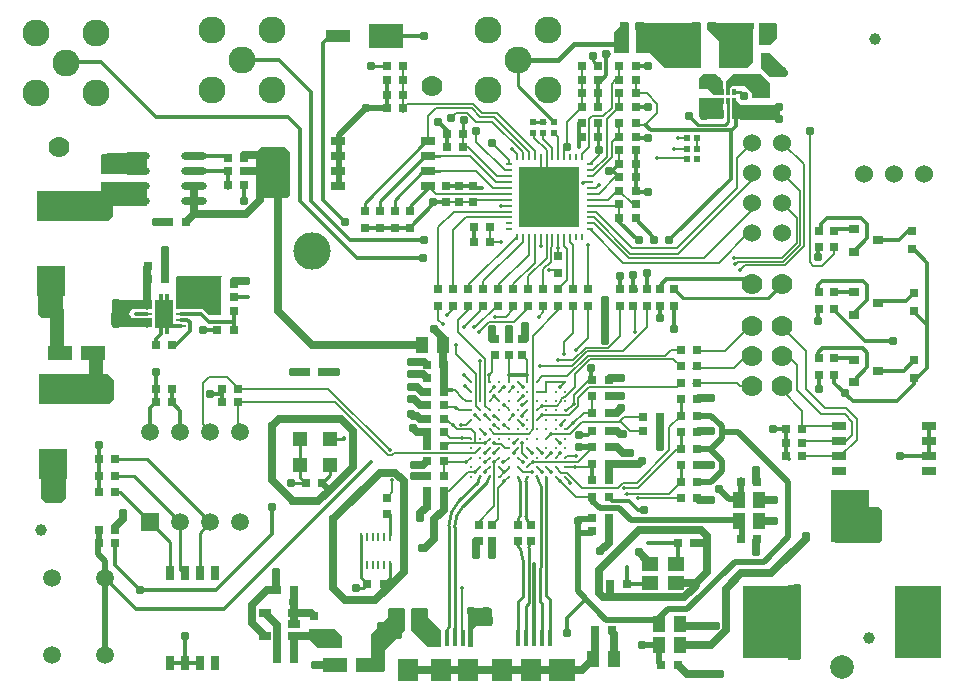
<source format=gtl>
%FSLAX25Y25*%
%MOIN*%
G70*
G01*
G75*
G04 Layer_Physical_Order=1*
G04 Layer_Color=255*
%ADD10C,0.01100*%
%ADD11C,0.01200*%
%ADD12C,0.03937*%
%ADD13R,0.04449X0.05787*%
%ADD14C,0.00945*%
%ADD15R,0.03937X0.02756*%
%ADD16R,0.00984X0.02362*%
%ADD17R,0.02362X0.00984*%
%ADD18R,0.20079X0.20079*%
%ADD19R,0.03347X0.01102*%
%ADD20R,0.06496X0.09449*%
%ADD21O,0.08661X0.02362*%
%ADD22R,0.05512X0.04724*%
%ADD23R,0.01969X0.01969*%
%ADD24R,0.01063X0.03150*%
%ADD25R,0.05079X0.10709*%
%ADD26R,0.03000X0.03000*%
%ADD27R,0.01181X0.01929*%
%ADD28R,0.01181X0.02047*%
%ADD29R,0.05787X0.04449*%
%ADD30R,0.15354X0.24410*%
%ADD31R,0.12992X0.17323*%
%ADD32R,0.03000X0.03000*%
%ADD33R,0.05000X0.02992*%
%ADD34R,0.01969X0.01969*%
%ADD35R,0.05118X0.04921*%
%ADD36R,0.03543X0.03150*%
%ADD37R,0.03100X0.03100*%
%ADD38R,0.00787X0.02658*%
%ADD39R,0.01496X0.06100*%
%ADD40R,0.02992X0.05000*%
%ADD41R,0.01200X0.05300*%
%ADD42R,0.09100X0.07500*%
%ADD43R,0.07100X0.07500*%
%ADD44R,0.09449X0.10236*%
%ADD45R,0.07874X0.04724*%
%ADD46R,0.07874X0.03937*%
%ADD47R,0.11811X0.07874*%
%ADD48C,0.01500*%
%ADD49C,0.00500*%
%ADD50C,0.00800*%
%ADD51C,0.01000*%
%ADD52C,0.02500*%
%ADD53C,0.02000*%
%ADD54C,0.00600*%
%ADD55R,0.05906X0.05906*%
%ADD56C,0.05906*%
%ADD57C,0.07874*%
%ADD58C,0.07000*%
%ADD59C,0.09000*%
%ADD60C,0.12500*%
%ADD61C,0.06000*%
%ADD62C,0.01969*%
%ADD63C,0.03100*%
%ADD64C,0.01400*%
G36*
X50567Y117339D02*
X49464D01*
Y119307D01*
X50567D01*
Y117339D01*
D02*
G37*
G36*
X48598D02*
X47496D01*
Y119307D01*
X48598D01*
Y117339D01*
D02*
G37*
G36*
X32500Y102000D02*
Y95500D01*
X31000Y94000D01*
X7500D01*
Y104000D01*
X30500D01*
X32500Y102000D01*
D02*
G37*
G36*
X48598Y128756D02*
X47496D01*
Y130724D01*
X48598D01*
Y128756D01*
D02*
G37*
G36*
X45031Y128532D02*
Y125531D01*
X39031D01*
Y125561D01*
X38446Y125444D01*
X37950Y125113D01*
X37618Y124617D01*
X37502Y124031D01*
X37618Y123446D01*
X37950Y122950D01*
X38446Y122618D01*
X39031Y122502D01*
X45031Y122531D01*
Y119532D01*
X32531D01*
Y119512D01*
X32141Y119589D01*
X31811Y119810D01*
X31589Y120141D01*
X31512Y120531D01*
X31532Y127532D01*
X31512D01*
X31589Y127922D01*
X31811Y128252D01*
X32141Y128473D01*
X32531Y128551D01*
X45031Y128532D01*
D02*
G37*
G36*
X15500Y139000D02*
Y124000D01*
X14000Y122500D01*
X8500D01*
X7000Y124000D01*
Y139500D01*
X15500Y139000D01*
D02*
G37*
G36*
X16500Y77500D02*
Y62500D01*
X15000Y61000D01*
X9500D01*
X8000Y62500D01*
Y78000D01*
X16500Y77500D01*
D02*
G37*
G36*
X137000Y25500D02*
Y23000D01*
X141500Y18500D01*
Y13000D01*
X137000D01*
X131500Y18500D01*
Y25500D01*
X132000Y26000D01*
X136500D01*
X137000Y25500D01*
D02*
G37*
G36*
X108500Y16500D02*
Y12500D01*
X100500D01*
X97500Y15500D01*
Y19000D01*
X106000D01*
X108500Y16500D01*
D02*
G37*
G36*
X261500Y33000D02*
Y9500D01*
X260500Y8500D01*
X257500D01*
X257000Y9000D01*
Y33500D01*
X261000D01*
X261500Y33000D01*
D02*
G37*
G36*
X288500Y58500D02*
Y48500D01*
X287500Y47500D01*
X273000D01*
X271500Y49000D01*
Y59500D01*
X287500D01*
X288500Y58500D01*
D02*
G37*
G36*
X157890Y25942D02*
X158221Y25721D01*
X158442Y25390D01*
X158520Y25000D01*
X158500D01*
X158520Y21000D01*
X158442Y20610D01*
X158221Y20279D01*
X157890Y20058D01*
X157500Y19981D01*
Y20000D01*
X154000Y20039D01*
X153220Y19884D01*
X152558Y19442D01*
X152116Y18780D01*
X151961Y18000D01*
X152000D01*
Y13000D01*
X150500D01*
X150480Y25000D01*
X150558Y25390D01*
X150779Y25721D01*
X151110Y25942D01*
X151500Y26020D01*
Y26000D01*
X157500Y26020D01*
X157890Y25942D01*
D02*
G37*
G36*
X129250Y25500D02*
Y18500D01*
X122750Y12000D01*
X122750D01*
X122750Y12000D01*
Y5250D01*
X122000Y4500D01*
X118000Y4500D01*
Y17250D01*
Y17250D01*
X123750Y23000D01*
Y25500D01*
X124250Y26000D01*
X128750D01*
X129250Y25500D01*
D02*
G37*
G36*
X50567Y128756D02*
X49464D01*
Y130724D01*
X50567D01*
Y128756D01*
D02*
G37*
G36*
X228000Y206000D02*
X216000D01*
X211000Y211000D01*
X206500D01*
Y218500D01*
X206000Y219000D01*
Y221000D01*
X228000D01*
Y206000D01*
D02*
G37*
G36*
X257000Y205000D02*
X257000Y204000D01*
X256000Y203000D01*
X251000Y203000D01*
X248000Y206000D01*
Y211000D01*
X251000D01*
X257000Y205000D01*
D02*
G37*
G36*
X235500Y201500D02*
Y197000D01*
X232500D01*
X230500Y199000D01*
X227500D01*
Y202500D01*
X229000Y204000D01*
X233000D01*
X235500Y201500D01*
D02*
G37*
G36*
X253500Y220000D02*
Y216000D01*
X251000Y213500D01*
X247500D01*
Y221000D01*
X252500D01*
X253500Y220000D01*
D02*
G37*
G36*
X204000Y211000D02*
X199000D01*
Y218000D01*
X202000Y221000D01*
X204000D01*
Y211000D01*
D02*
G37*
G36*
X245500Y208000D02*
X243500Y206000D01*
X234000D01*
Y215000D01*
X230000Y219000D01*
Y221000D01*
X245500D01*
Y208000D01*
D02*
G37*
G36*
X248000Y204000D02*
X251000Y201000D01*
Y196000D01*
X245000D01*
Y197500D01*
X242500Y200000D01*
X238500Y200000D01*
X237500Y199000D01*
X237500Y197000D01*
X236500D01*
X236500Y201500D01*
X239000Y204000D01*
X248000Y204000D01*
D02*
G37*
G36*
X91000Y178000D02*
Y163500D01*
X90000Y162500D01*
X80000D01*
Y178000D01*
X81500Y179500D01*
X89500D01*
X91000Y178000D01*
D02*
G37*
G36*
X43500Y167500D02*
Y160000D01*
X32000D01*
Y156500D01*
X30500Y155000D01*
X7000D01*
Y165000D01*
X28000D01*
Y168000D01*
X43000D01*
X43500Y167500D01*
D02*
G37*
G36*
X68149Y136414D02*
X67990Y136031D01*
X68031D01*
Y123500D01*
X64063D01*
X62031Y125531D01*
X53031D01*
X52990Y136031D01*
X53149Y136414D01*
X53531Y136573D01*
Y136531D01*
X68531Y136573D01*
X68149Y136414D01*
D02*
G37*
G36*
X235500Y189000D02*
X228500D01*
X227500Y190000D01*
Y196000D01*
X235500D01*
Y189000D01*
D02*
G37*
G36*
X241500Y193500D02*
X254500D01*
Y188500D01*
X241500D01*
X241000Y189000D01*
X238500D01*
Y195500D01*
X239500D01*
X241500Y193500D01*
D02*
G37*
G36*
X43500Y170500D02*
X28000D01*
Y175500D01*
X30000Y177500D01*
X43500D01*
Y170500D01*
D02*
G37*
D10*
X171500Y48250D02*
G03*
X170600Y46077I2173J-2173D01*
G01*
X168600Y41973D02*
G03*
X166000Y48250I-8877J0D01*
G01*
X173299Y69752D02*
G03*
X174022Y68007I2468J0D01*
G01*
X174600Y66612D02*
G03*
X174022Y68007I-1973J0D01*
G01*
X176449Y68802D02*
G03*
X176500Y68678I175J0D01*
G01*
X148829Y60007D02*
G03*
X145900Y52936I7071J-7071D01*
G01*
X145950Y18904D02*
G03*
X145900Y19025I-171J0D01*
G01*
X147485Y61813D02*
G03*
X144000Y53399I8415J-8415D01*
G01*
Y19625D02*
G03*
X143350Y18056I1569J-1569D01*
G01*
X169525Y68105D02*
G03*
X170150Y69613I-1508J1508D01*
G01*
X169525Y56500D02*
G03*
X170073Y55177I1870J0D01*
G01*
X167000Y69613D02*
G03*
X167625Y68105I2133J0D01*
G01*
X166829Y54579D02*
G03*
X167625Y56500I-1921J1921D01*
G01*
X156828Y68007D02*
G03*
X157551Y69752I-1745J1745D01*
G01*
X153679Y68007D02*
G03*
X154402Y69752I-1745J1745D01*
G01*
X170600Y35200D02*
Y46077D01*
X168600Y35200D02*
Y41973D01*
X174600Y39500D02*
Y66612D01*
X176500Y39500D02*
Y68678D01*
X176449Y68802D02*
Y69752D01*
X148829Y60007D02*
X156828Y68007D01*
X145950Y15775D02*
Y18904D01*
X143350Y15775D02*
Y18056D01*
X170073Y55177D02*
X171500Y53750D01*
X169525Y56500D02*
Y68105D01*
X167000Y69613D02*
Y69752D01*
X167625Y56500D02*
Y68105D01*
X166000Y53750D02*
X166829Y54579D01*
X170150Y69613D02*
Y69752D01*
X167150Y15775D02*
Y28150D01*
X168600Y29600D01*
Y31800D01*
X169750Y15775D02*
Y26750D01*
X170600Y27600D01*
Y31800D01*
X175000Y15825D02*
Y27500D01*
X174400Y28100D02*
X175000Y27500D01*
X174400Y28100D02*
Y31800D01*
X177550Y15775D02*
Y28950D01*
X176400Y30100D02*
X177550Y28950D01*
X176400Y30100D02*
Y31800D01*
Y35200D01*
X174400Y31800D02*
Y35200D01*
X170600Y31800D02*
Y35200D01*
X168600Y31800D02*
Y35200D01*
X176400D02*
Y39400D01*
X174400Y35200D02*
Y39300D01*
X147485Y61813D02*
X153679Y68007D01*
X144000Y19625D02*
Y53399D01*
X145900Y19025D02*
Y52936D01*
D11*
X219831Y40650D02*
G03*
X220250Y41069I0J419D01*
G01*
X18000Y208000D02*
X28000D01*
X238000Y169000D02*
Y184901D01*
X217500Y148500D02*
X238000Y169000D01*
Y184901D02*
X239750Y186652D01*
X212500Y148500D02*
Y149250D01*
X206250Y155500D02*
X212500Y149250D01*
X207000Y148500D02*
X207500D01*
X200750Y154750D02*
X207000Y148500D01*
X46500Y189500D02*
X90500D01*
X75000Y208500D02*
X87500D01*
X201000Y132500D02*
Y136500D01*
X143000Y98500D02*
X145000D01*
X142250Y99250D02*
X143000Y98500D01*
X142250Y99250D02*
Y101000D01*
X272500Y131250D02*
X278073D01*
X72531Y129781D02*
X72781Y129532D01*
X267500Y99000D02*
Y103750D01*
X85000Y50500D02*
Y59500D01*
X66500Y32000D02*
X85000Y50500D01*
X41000Y32000D02*
X66500D01*
X206500Y131750D02*
Y132250D01*
X46250Y94500D02*
Y104750D01*
X267000Y130750D02*
Y133500D01*
X272500Y109250D02*
X278073D01*
X272000D02*
X272500D01*
X51750Y94500D02*
Y99000D01*
X187500Y83500D02*
X190250D01*
X190750Y84000D01*
X28000Y208000D02*
X46500Y189500D01*
X279063Y124260D02*
X283500Y128697D01*
X295550Y105000D02*
X299000Y108450D01*
X286937Y105000D02*
X295550D01*
X267000Y108750D02*
Y111000D01*
Y121500D02*
Y125250D01*
X283500Y106197D02*
Y111000D01*
X279063Y101760D02*
X283500Y106197D01*
Y149197D02*
Y154000D01*
X279063Y144760D02*
X283500Y149197D01*
X272990Y152240D02*
X279063D01*
X191500Y102750D02*
Y106000D01*
Y102250D02*
Y102750D01*
X164000Y103500D02*
X170000D01*
X32750Y40250D02*
X41000Y32000D01*
X32750Y40250D02*
Y47500D01*
X69000Y25500D02*
X118000Y74500D01*
X39653Y25500D02*
X69000D01*
X29358Y35795D02*
X39653Y25500D01*
X197250Y62550D02*
Y63000D01*
X68250Y97250D02*
Y99000D01*
Y94500D02*
Y97250D01*
X64250D02*
X68250D01*
X191750Y68500D02*
Y74000D01*
X75750Y161750D02*
Y166000D01*
X70250D02*
Y171500D01*
X58949D02*
X70250D01*
X58949Y176500D02*
X69750D01*
X72781Y129532D02*
X77031D01*
X64081Y121332D02*
X72231D01*
X61381Y124031D02*
X64081Y121332D01*
X54839Y124031D02*
X61381D01*
X72281Y118532D02*
Y124031D01*
X39531D02*
X43224D01*
Y120095D02*
Y122063D01*
Y126000D02*
Y127969D01*
X62031Y118532D02*
X66781D01*
X46281Y115573D02*
X48047Y117339D01*
X46281Y113531D02*
Y115573D01*
X51032Y120095D02*
X54839D01*
X56791Y122063D02*
X57712Y121143D01*
X54839Y122063D02*
X56791D01*
X57712Y118212D02*
Y121143D01*
X53031Y113531D02*
X57712Y118212D01*
X51781Y113531D02*
X53031D01*
X56000Y7500D02*
Y16500D01*
X27250Y75500D02*
Y80250D01*
X44500Y92750D02*
X46250Y94500D01*
X44500Y84500D02*
Y92750D01*
X51000Y7500D02*
X56000D01*
X61000D01*
X51750Y94500D02*
X54500Y91750D01*
Y84500D02*
Y91750D01*
X27250Y70000D02*
Y75500D01*
Y64500D02*
Y70000D01*
X294500Y76500D02*
X304000D01*
Y81500D01*
Y86500D01*
X172500Y33500D02*
Y40500D01*
X172350Y24850D02*
X172500Y25000D01*
X172350Y15775D02*
Y24850D01*
X172500Y25000D02*
Y33500D01*
X210500Y47500D02*
X220250D01*
X203250Y34000D02*
Y39750D01*
Y34000D02*
X210819D01*
X211169Y34350D01*
X220250Y41069D02*
Y47500D01*
X214500Y122500D02*
Y126750D01*
X90500Y189500D02*
X94500Y185500D01*
X87500Y208500D02*
X98000Y198000D01*
X102000Y162000D02*
X109500Y154500D01*
X143000Y166750D02*
X147500D01*
X152000D01*
X152750Y166000D02*
X155000D01*
X152000Y166750D02*
X152750Y166000D01*
X152250Y148000D02*
Y153000D01*
X123250Y192500D02*
Y197000D01*
Y202000D01*
X187250Y179750D02*
Y187500D01*
X193750Y193000D02*
Y197500D01*
Y202000D01*
X206250Y164500D02*
Y178000D01*
Y164500D02*
X210500D01*
X206250Y182500D02*
X210500D01*
X206250Y206500D02*
X210500D01*
X138750Y161250D02*
X143000D01*
X138750Y160500D02*
Y161250D01*
X131000Y152750D02*
X138750Y160500D01*
X116000Y152750D02*
X121000D01*
X126000D01*
X131000D01*
X299000Y145500D02*
Y145550D01*
X298050D02*
X299000D01*
X200750Y154750D02*
Y155500D01*
X239750Y186652D02*
Y190500D01*
X209500Y187000D02*
X211250Y185250D01*
X238349D01*
X143250Y179500D02*
Y184000D01*
X198750Y171500D02*
X200125Y170125D01*
X200750Y169500D01*
X197500Y171500D02*
X198250D01*
X200750Y174000D01*
X198250Y171500D02*
X198750D01*
X256750Y76000D02*
X257250Y75500D01*
X252000Y85500D02*
X256250D01*
X252000Y85500D02*
X252000Y85500D01*
X256250Y76000D02*
Y85500D01*
X272500Y125279D02*
Y125750D01*
X283500Y128697D02*
Y133500D01*
X299000Y102550D02*
X300050D01*
X299000Y124750D02*
Y125050D01*
Y124750D02*
X303125Y120625D01*
X281500Y156000D02*
X283500Y154000D01*
X268000Y152750D02*
Y154000D01*
X270000Y156000D01*
X281500D01*
X267000Y111000D02*
X268500Y112500D01*
X282000D01*
X283500Y111000D01*
X267000Y133500D02*
X268500Y135000D01*
X282000D01*
X283500Y133500D01*
X267000Y146250D02*
X267000Y146250D01*
X267000Y143000D02*
Y146250D01*
X98000Y161500D02*
Y198000D01*
Y161500D02*
X111000Y148500D01*
X135750D01*
X94500Y161500D02*
Y185500D01*
Y161500D02*
X113500Y142500D01*
X135500D01*
X286937Y148500D02*
X294000D01*
X296950Y151450D01*
X299000D01*
X296247Y128197D02*
X299000Y130950D01*
X286937Y128197D02*
X296247D01*
X299000Y100500D02*
Y102550D01*
X293400Y94900D02*
X299000Y100500D01*
X300050Y102550D02*
X303500Y106000D01*
Y141000D01*
X299000Y145500D02*
X303500Y141000D01*
X264250Y184750D02*
X264500Y185000D01*
X196500Y209500D02*
X197500Y210500D01*
X193750Y202000D02*
X195000D01*
X196500Y203500D01*
Y209500D01*
X206250Y193000D02*
X210500D01*
X207000Y58500D02*
X209000D01*
X197250Y62550D02*
X198300Y61500D01*
X204000D01*
X207000Y58500D01*
X205500Y133250D02*
X206500Y132250D01*
X205500Y133250D02*
Y137000D01*
X210000Y134250D02*
Y137500D01*
Y132250D02*
Y134250D01*
X214625Y132125D02*
Y133625D01*
X219000Y119000D02*
Y126750D01*
X214625Y133625D02*
X216500Y135500D01*
X245000D01*
Y134000D02*
Y135500D01*
X183500Y22500D02*
X189500Y28500D01*
X183500Y17500D02*
Y22500D01*
X272500Y101000D02*
Y103750D01*
Y101000D02*
X278600Y94900D01*
X293400D01*
X272500Y125279D02*
X282779Y115000D01*
X292000D01*
X140500Y188000D02*
X143250Y185250D01*
Y184000D02*
Y185250D01*
X102000Y162000D02*
Y214200D01*
X104250Y216450D01*
X123031Y216535D02*
X135827D01*
D12*
X284000Y16000D02*
D03*
X286000Y215500D02*
D03*
X8000Y52000D02*
D03*
D13*
X127016Y22500D02*
D03*
X133984D02*
D03*
X135016Y113500D02*
D03*
X141984D02*
D03*
X214016Y13500D02*
D03*
X220984D02*
D03*
X240516Y55000D02*
D03*
X247484D02*
D03*
X240516Y62000D02*
D03*
X247484D02*
D03*
X208484Y214000D02*
D03*
X201516D02*
D03*
X198984Y9000D02*
D03*
X192016D02*
D03*
X214016Y20500D02*
D03*
X220984D02*
D03*
D14*
X151252Y72902D02*
D03*
Y69752D02*
D03*
Y76051D02*
D03*
X154402D02*
D03*
Y69752D02*
D03*
X157551D02*
D03*
X154402Y72902D02*
D03*
X157551D02*
D03*
X151252Y79201D02*
D03*
X154402D02*
D03*
X157551D02*
D03*
X151252Y82350D02*
D03*
X154402D02*
D03*
X151252Y85500D02*
D03*
X160701Y69752D02*
D03*
Y72902D02*
D03*
X163850Y69752D02*
D03*
X160701Y76051D02*
D03*
X163850Y72902D02*
D03*
X157551Y76051D02*
D03*
Y82350D02*
D03*
X160701Y79201D02*
D03*
X163850Y76051D02*
D03*
X167000D02*
D03*
X160701Y82350D02*
D03*
X163850Y79201D02*
D03*
Y82350D02*
D03*
X151252Y88650D02*
D03*
X154402Y85500D02*
D03*
X151252Y91799D02*
D03*
X154402Y88650D02*
D03*
X157551D02*
D03*
Y85500D02*
D03*
X154402Y91799D02*
D03*
X157551D02*
D03*
X151252Y94949D02*
D03*
X154402D02*
D03*
X151252Y101248D02*
D03*
Y98098D02*
D03*
X154402D02*
D03*
X157551Y94949D02*
D03*
X154402Y101248D02*
D03*
X157551Y98098D02*
D03*
Y101248D02*
D03*
X160701Y88650D02*
D03*
Y85500D02*
D03*
Y94949D02*
D03*
Y91799D02*
D03*
X163850Y85500D02*
D03*
Y94949D02*
D03*
Y88650D02*
D03*
Y91799D02*
D03*
X160701Y101248D02*
D03*
X163850Y98098D02*
D03*
X167000D02*
D03*
X160701D02*
D03*
X167000Y101248D02*
D03*
X163850D02*
D03*
X167000Y69752D02*
D03*
X170150D02*
D03*
X167000Y72902D02*
D03*
X170150D02*
D03*
X173299D02*
D03*
Y69752D02*
D03*
X170150Y76051D02*
D03*
X176449Y72902D02*
D03*
X167000Y79201D02*
D03*
X170150D02*
D03*
X167000Y82350D02*
D03*
X170150D02*
D03*
X173299Y76051D02*
D03*
X176449D02*
D03*
X173299Y79201D02*
D03*
X176449D02*
D03*
X173299Y82350D02*
D03*
X176449Y69752D02*
D03*
X179598D02*
D03*
Y76051D02*
D03*
Y72902D02*
D03*
X182748D02*
D03*
Y69752D02*
D03*
X179598Y79201D02*
D03*
X182748D02*
D03*
X176449Y82350D02*
D03*
X179598D02*
D03*
X182748D02*
D03*
Y76051D02*
D03*
X167000Y85500D02*
D03*
Y88650D02*
D03*
X170150Y85500D02*
D03*
Y88650D02*
D03*
X173299Y85500D02*
D03*
X170150Y91799D02*
D03*
X173299Y88650D02*
D03*
X167000Y94949D02*
D03*
Y91799D02*
D03*
X170150Y101248D02*
D03*
Y98098D02*
D03*
Y94949D02*
D03*
X173299Y91799D02*
D03*
Y101248D02*
D03*
Y94949D02*
D03*
Y98098D02*
D03*
X176449Y85500D02*
D03*
X179598D02*
D03*
X176449Y91799D02*
D03*
Y88650D02*
D03*
X179598D02*
D03*
X182748Y85500D02*
D03*
X179598Y91799D02*
D03*
X182748Y88650D02*
D03*
Y91799D02*
D03*
X176449Y94949D02*
D03*
X179598D02*
D03*
X176449Y101248D02*
D03*
Y98098D02*
D03*
X179598D02*
D03*
X182748Y94949D02*
D03*
X179598Y101248D02*
D03*
X182748Y98098D02*
D03*
Y101248D02*
D03*
D15*
X82776Y16760D02*
D03*
Y24240D02*
D03*
X92225Y16760D02*
D03*
Y24240D02*
D03*
Y20500D02*
D03*
D16*
X168642Y149614D02*
D03*
X166673D02*
D03*
X174547D02*
D03*
X170610D02*
D03*
X172579D02*
D03*
X166673Y176386D02*
D03*
X168642D02*
D03*
X174547D02*
D03*
X170610D02*
D03*
X172579D02*
D03*
X180453Y149614D02*
D03*
X176516D02*
D03*
X178484D02*
D03*
X186358D02*
D03*
X182421D02*
D03*
X184390D02*
D03*
X188327D02*
D03*
X176516Y176386D02*
D03*
X178484D02*
D03*
X184390D02*
D03*
X180453D02*
D03*
X182421D02*
D03*
X186358D02*
D03*
X188327D02*
D03*
D17*
X164114Y152173D02*
D03*
Y156110D02*
D03*
Y154142D02*
D03*
Y160047D02*
D03*
Y158079D02*
D03*
Y167921D02*
D03*
Y171858D02*
D03*
Y169890D02*
D03*
Y162016D02*
D03*
Y165953D02*
D03*
Y163984D02*
D03*
Y173827D02*
D03*
X190886Y156110D02*
D03*
Y152173D02*
D03*
Y154142D02*
D03*
Y160047D02*
D03*
Y158079D02*
D03*
Y162016D02*
D03*
Y165953D02*
D03*
Y163984D02*
D03*
Y167921D02*
D03*
Y171858D02*
D03*
Y169890D02*
D03*
Y173827D02*
D03*
D18*
X177500Y163000D02*
D03*
D19*
X43224Y122063D02*
D03*
Y120095D02*
D03*
Y126000D02*
D03*
Y124031D02*
D03*
Y127969D02*
D03*
X54839Y120095D02*
D03*
Y122063D02*
D03*
Y124031D02*
D03*
Y126000D02*
D03*
Y127969D02*
D03*
D20*
X49031Y124031D02*
D03*
D21*
X40051Y161500D02*
D03*
Y166500D02*
D03*
Y171500D02*
D03*
Y176500D02*
D03*
X58949Y161500D02*
D03*
Y171500D02*
D03*
Y166500D02*
D03*
Y176500D02*
D03*
D22*
X211169Y34350D02*
D03*
Y40650D02*
D03*
X219831Y34350D02*
D03*
Y40650D02*
D03*
D23*
X226772Y175500D02*
D03*
X223228D02*
D03*
X226772Y179000D02*
D03*
X223228D02*
D03*
X226772Y182500D02*
D03*
X223228D02*
D03*
X248272Y220000D02*
D03*
X244728D02*
D03*
D24*
X114579Y40276D02*
D03*
X116547D02*
D03*
X118516D02*
D03*
X120484D02*
D03*
X122453D02*
D03*
X124421D02*
D03*
X114579Y49724D02*
D03*
X116547D02*
D03*
X118516D02*
D03*
X120484D02*
D03*
X122453D02*
D03*
X124421D02*
D03*
D25*
X225468Y211500D02*
D03*
X236531D02*
D03*
D26*
X243750Y209500D02*
D03*
X249250D02*
D03*
Y215000D02*
D03*
X243750D02*
D03*
X234250Y190500D02*
D03*
X239750D02*
D03*
X200750Y206500D02*
D03*
X206250D02*
D03*
X200750Y183000D02*
D03*
X206250D02*
D03*
X200750Y193000D02*
D03*
X206250D02*
D03*
Y202000D02*
D03*
X200750D02*
D03*
X206250Y187500D02*
D03*
X200750D02*
D03*
X206250Y197500D02*
D03*
X200750D02*
D03*
X193750Y206500D02*
D03*
X188250D02*
D03*
X123250D02*
D03*
X128750D02*
D03*
X206250Y165000D02*
D03*
X200750D02*
D03*
X206250Y156000D02*
D03*
X200750D02*
D03*
X143250Y179500D02*
D03*
X148750D02*
D03*
X143250Y184000D02*
D03*
X148750D02*
D03*
X206250Y174000D02*
D03*
X200750D02*
D03*
X206250Y178500D02*
D03*
X200750D02*
D03*
X206250Y169500D02*
D03*
X200750D02*
D03*
X188250Y183000D02*
D03*
X193750D02*
D03*
X188250Y187500D02*
D03*
X193750D02*
D03*
Y202000D02*
D03*
X188250D02*
D03*
X193750Y197500D02*
D03*
X188250D02*
D03*
X193750Y193000D02*
D03*
X188250D02*
D03*
X123250Y202000D02*
D03*
X128750D02*
D03*
X123250Y197000D02*
D03*
X128750D02*
D03*
X123250Y192500D02*
D03*
X128750D02*
D03*
X152250Y153000D02*
D03*
X157750D02*
D03*
X152250Y148000D02*
D03*
X157750D02*
D03*
X101750Y67500D02*
D03*
X96250D02*
D03*
X142250Y107000D02*
D03*
X136750D02*
D03*
X32750Y47500D02*
D03*
X27250D02*
D03*
X70250Y167000D02*
D03*
X75750D02*
D03*
X75750Y171500D02*
D03*
X70250D02*
D03*
X75750Y176000D02*
D03*
X70250D02*
D03*
X72281Y118532D02*
D03*
X66781D02*
D03*
X66750Y125000D02*
D03*
X72250D02*
D03*
X66781Y129532D02*
D03*
X72281D02*
D03*
X27250Y75500D02*
D03*
X32750D02*
D03*
X27250Y70000D02*
D03*
X32750D02*
D03*
X27250Y64500D02*
D03*
X32750D02*
D03*
X92250Y9000D02*
D03*
X86750D02*
D03*
X221250Y73500D02*
D03*
X226750D02*
D03*
X221250Y84500D02*
D03*
X226750D02*
D03*
X221250Y95500D02*
D03*
X226750D02*
D03*
Y68000D02*
D03*
X221250D02*
D03*
X226750Y79000D02*
D03*
X221250D02*
D03*
X226750Y90000D02*
D03*
X221250D02*
D03*
X68250Y94500D02*
D03*
X73750D02*
D03*
X68250Y99000D02*
D03*
X73750D02*
D03*
X226750Y101000D02*
D03*
X221250D02*
D03*
X226750Y106500D02*
D03*
X221250D02*
D03*
X226750Y112000D02*
D03*
X221250D02*
D03*
Y62500D02*
D03*
X226750D02*
D03*
X261750Y85500D02*
D03*
X256250D02*
D03*
X261750Y81000D02*
D03*
X256250D02*
D03*
X261750Y76500D02*
D03*
X256250D02*
D03*
X220250Y47500D02*
D03*
X225750D02*
D03*
X203250Y34000D02*
D03*
X197750D02*
D03*
X116750D02*
D03*
X122250D02*
D03*
X27250Y52000D02*
D03*
X32750D02*
D03*
X50700Y154500D02*
D03*
X56200D02*
D03*
X51781Y113531D02*
D03*
X46281D02*
D03*
X72300Y134000D02*
D03*
X66800D02*
D03*
X43782Y135531D02*
D03*
X49281D02*
D03*
X49300Y140000D02*
D03*
X43800D02*
D03*
X191750Y74000D02*
D03*
X197250D02*
D03*
X191750Y68500D02*
D03*
X197250D02*
D03*
X208750Y85000D02*
D03*
X214250D02*
D03*
X208750Y89500D02*
D03*
X214250D02*
D03*
X191750Y91000D02*
D03*
X197250D02*
D03*
X191750Y96500D02*
D03*
X197250D02*
D03*
X96250Y104500D02*
D03*
X101750D02*
D03*
X142250Y93500D02*
D03*
X136750D02*
D03*
X241250Y68000D02*
D03*
X246750D02*
D03*
X191750Y79500D02*
D03*
X197250D02*
D03*
X241250Y49000D02*
D03*
X246750D02*
D03*
X191750Y63000D02*
D03*
X197250D02*
D03*
X214750Y7000D02*
D03*
X220250D02*
D03*
X191750Y56000D02*
D03*
X197250D02*
D03*
X191750Y51500D02*
D03*
X197250D02*
D03*
X142250Y80000D02*
D03*
X136750D02*
D03*
X191750Y102000D02*
D03*
X197250D02*
D03*
X191750Y85000D02*
D03*
X197250D02*
D03*
X142250Y89000D02*
D03*
X136750D02*
D03*
X142250Y60000D02*
D03*
X136750D02*
D03*
X142250Y98000D02*
D03*
X136750D02*
D03*
X142250Y102500D02*
D03*
X136750D02*
D03*
X142250Y65000D02*
D03*
X136750D02*
D03*
X142250Y70000D02*
D03*
X136750D02*
D03*
X142250Y75000D02*
D03*
X136750D02*
D03*
X51750Y94500D02*
D03*
X46250D02*
D03*
X51750Y99000D02*
D03*
X46250D02*
D03*
X86750Y32000D02*
D03*
X92250D02*
D03*
X192750Y18500D02*
D03*
X198250D02*
D03*
X136750Y84500D02*
D03*
X142250D02*
D03*
X200750Y160500D02*
D03*
X206250D02*
D03*
X202250Y220000D02*
D03*
X207750D02*
D03*
X226250D02*
D03*
X231750D02*
D03*
D27*
X238968Y194968D02*
D03*
X237000D02*
D03*
X235032D02*
D03*
Y198000D02*
D03*
X237000D02*
D03*
D28*
X238968D02*
D03*
D29*
X248000Y191016D02*
D03*
Y197984D02*
D03*
D30*
X249606Y21272D02*
D03*
X300394D02*
D03*
D31*
X277756Y56705D02*
D03*
D32*
X229000Y194750D02*
D03*
Y200250D02*
D03*
X131000Y152750D02*
D03*
Y158250D02*
D03*
X126000Y152750D02*
D03*
Y158250D02*
D03*
X121000Y152750D02*
D03*
Y158250D02*
D03*
X116000Y152750D02*
D03*
Y158250D02*
D03*
X180500Y137750D02*
D03*
Y143250D02*
D03*
X143000Y166750D02*
D03*
Y161250D02*
D03*
X147500Y166750D02*
D03*
Y161250D02*
D03*
X152000Y166750D02*
D03*
Y161250D02*
D03*
X267500Y151750D02*
D03*
Y146250D02*
D03*
X272500Y146250D02*
D03*
Y151750D02*
D03*
X272500Y125750D02*
D03*
Y131250D02*
D03*
X123500Y62750D02*
D03*
Y57250D02*
D03*
X185500Y132250D02*
D03*
Y126750D02*
D03*
X180500Y132250D02*
D03*
Y126750D02*
D03*
X175500Y132250D02*
D03*
Y126750D02*
D03*
X170500Y132250D02*
D03*
Y126750D02*
D03*
X165500Y132250D02*
D03*
Y126750D02*
D03*
X160500Y132250D02*
D03*
Y126750D02*
D03*
X155500Y132250D02*
D03*
Y126750D02*
D03*
X150500Y132250D02*
D03*
Y126750D02*
D03*
X190500Y132250D02*
D03*
Y126750D02*
D03*
X214500Y132250D02*
D03*
Y126750D02*
D03*
X219000Y132250D02*
D03*
Y126750D02*
D03*
X201000Y132250D02*
D03*
Y126750D02*
D03*
X205500Y132250D02*
D03*
Y126750D02*
D03*
X210000Y132250D02*
D03*
Y126750D02*
D03*
X154000Y53750D02*
D03*
Y48250D02*
D03*
X29500Y171800D02*
D03*
Y166300D02*
D03*
X159500Y110250D02*
D03*
Y115750D02*
D03*
X158500Y53750D02*
D03*
Y48250D02*
D03*
X168500Y110250D02*
D03*
Y115750D02*
D03*
X164000Y110250D02*
D03*
Y115750D02*
D03*
X99000Y17750D02*
D03*
Y23250D02*
D03*
X171500Y48250D02*
D03*
Y53750D02*
D03*
X167000Y48250D02*
D03*
Y53750D02*
D03*
X272500Y109250D02*
D03*
Y103750D02*
D03*
X267500Y103750D02*
D03*
Y109250D02*
D03*
Y131250D02*
D03*
Y125750D02*
D03*
X145500Y126750D02*
D03*
Y132250D02*
D03*
X140500Y126750D02*
D03*
Y132250D02*
D03*
D33*
X107000Y181500D02*
D03*
Y176500D02*
D03*
Y171500D02*
D03*
Y166500D02*
D03*
X137000Y181500D02*
D03*
Y176500D02*
D03*
Y171500D02*
D03*
Y166500D02*
D03*
X274000Y86500D02*
D03*
Y81500D02*
D03*
Y76500D02*
D03*
Y71500D02*
D03*
X304000Y86500D02*
D03*
Y81500D02*
D03*
Y76500D02*
D03*
Y71500D02*
D03*
D34*
X172000Y187772D02*
D03*
Y184228D02*
D03*
X175500Y187772D02*
D03*
Y184228D02*
D03*
X179000Y187772D02*
D03*
Y184228D02*
D03*
D35*
X104500Y82429D02*
D03*
X94500Y73571D02*
D03*
Y82429D02*
D03*
X104500Y73571D02*
D03*
D36*
X279063Y108740D02*
D03*
Y101260D02*
D03*
X286937Y105000D02*
D03*
X279063Y152240D02*
D03*
Y144760D02*
D03*
X286937Y148500D02*
D03*
Y127500D02*
D03*
X279063Y123760D02*
D03*
Y131240D02*
D03*
D37*
X298500Y151450D02*
D03*
Y145550D02*
D03*
X299000Y130950D02*
D03*
Y125050D02*
D03*
Y102550D02*
D03*
Y108450D02*
D03*
D38*
X176400Y31800D02*
D03*
X174400D02*
D03*
X170600D02*
D03*
X168600D02*
D03*
Y35200D02*
D03*
X170600D02*
D03*
X174400D02*
D03*
X176400D02*
D03*
D39*
X172500Y33500D02*
D03*
D40*
X51000Y7500D02*
D03*
X56000D02*
D03*
X61000D02*
D03*
X66000D02*
D03*
X51000Y37500D02*
D03*
X56000D02*
D03*
X61000D02*
D03*
X66000D02*
D03*
D41*
X143350Y15775D02*
D03*
X145950D02*
D03*
X172350D02*
D03*
X151150D02*
D03*
X148550D02*
D03*
X140750D02*
D03*
X169750D02*
D03*
X167150D02*
D03*
X177550D02*
D03*
X174950D02*
D03*
D42*
X181800Y5225D02*
D03*
D43*
X171500D02*
D03*
X161700Y5275D02*
D03*
X150450D02*
D03*
X141450D02*
D03*
X130200D02*
D03*
D44*
X11500Y134902D02*
D03*
Y160099D02*
D03*
X12000Y73902D02*
D03*
Y99098D02*
D03*
D45*
X117012Y7000D02*
D03*
X105988D02*
D03*
X25512Y111000D02*
D03*
X14488D02*
D03*
D46*
X106900Y216535D02*
D03*
D47*
X123031D02*
D03*
D48*
X167000Y208500D02*
X180300D01*
X185800Y214000D01*
X201516D01*
D49*
X242000Y109000D02*
X245000D01*
X239000Y106000D02*
X242000Y109000D01*
X225500Y106000D02*
X239000D01*
X241000Y100000D02*
X245000D01*
X190500Y116000D02*
Y126750D01*
X186500Y112000D02*
X190500Y116000D01*
X185500Y117500D02*
Y126750D01*
X182500Y114500D02*
X185500Y117500D01*
X180500Y125250D02*
Y126750D01*
X175500Y124500D02*
Y126750D01*
X174000Y123000D02*
X175500Y124500D01*
X175500Y126750D02*
X176500D01*
X175500Y126750D02*
X175500Y126750D01*
X140500Y122000D02*
Y126750D01*
X145500Y125500D02*
Y126750D01*
X143500Y123500D02*
X145500Y125500D01*
X147000Y122000D02*
X151000Y126000D01*
X147000Y117971D02*
Y122000D01*
Y117971D02*
X155927Y109044D01*
X149000Y119500D02*
X151096Y121596D01*
X148692Y119500D02*
X149000D01*
X154500Y125000D02*
Y126750D01*
X151096Y121596D02*
X154500Y125000D01*
X152750Y119500D02*
X160000Y126750D01*
X152500Y119500D02*
X152750D01*
X154106Y118000D02*
X157506Y121400D01*
X145000Y98500D02*
X146000D01*
X146500Y93000D02*
X147500Y92000D01*
X142250Y93000D02*
X146500D01*
X146000Y98500D02*
X148500Y96000D01*
X148500D01*
X149551Y94949D01*
X151252D01*
X142250Y65000D02*
X144000D01*
X150327Y71327D01*
X125570Y77626D02*
X152827D01*
X124894Y76950D02*
X125570Y77626D01*
X123610Y76950D02*
X124894D01*
X122934Y77626D02*
X123610Y76950D01*
X122874Y77626D02*
X122934D01*
X106000Y94500D02*
X122874Y77626D01*
X200750Y88000D02*
X201072Y88322D01*
X202994Y86400D01*
X201072Y88322D02*
X202250Y89500D01*
X204394Y85000D02*
X208750D01*
X202994Y86400D02*
X204394Y85000D01*
X202250Y89500D02*
X207250D01*
X168500Y110250D02*
X170000Y108750D01*
X103752Y99000D02*
X124252Y78500D01*
X74000Y99000D02*
X103752D01*
X70000Y103000D02*
X74000Y99000D01*
X64000Y103000D02*
X70000D01*
X162500Y74500D02*
X164000Y76000D01*
X185547Y96797D02*
X191500Y102750D01*
X183047Y91500D02*
X185547Y94000D01*
X143000Y89000D02*
X146550Y85450D01*
X171986Y74550D02*
X187050D01*
X171542Y74106D02*
X171986Y74550D01*
X236000Y111500D02*
X246500Y122000D01*
X226500Y111500D02*
X236000D01*
X202550Y64050D02*
X206142D01*
X160701Y98098D02*
X162500Y99898D01*
X206000Y126000D02*
X206750Y126750D01*
X181098Y87000D02*
X182748Y88650D01*
X167000Y101248D02*
X168743Y99505D01*
X169050D01*
X160701Y72902D02*
X162500Y71102D01*
X154402Y101248D02*
Y108402D01*
X168702Y71200D02*
X171700D01*
X141950Y120500D02*
Y120550D01*
Y120500D02*
X142000D01*
X140500Y122000D02*
X141950Y120550D01*
X149602Y87000D02*
X151252Y88650D01*
X146550Y85450D02*
X151202D01*
X151252Y85500D01*
X148000Y87000D02*
X149602D01*
X147500Y92000D02*
X151051D01*
X168500Y90150D02*
Y90500D01*
Y90000D02*
Y90150D01*
X170150Y91799D01*
X168500Y93550D02*
X168751D01*
X168500Y93500D02*
Y93550D01*
X168751D02*
X170150Y94949D01*
X162500Y93500D02*
X163850Y92150D01*
Y91799D02*
Y92150D01*
X182500Y110500D02*
Y114500D01*
X155927Y108881D02*
Y109044D01*
X159500Y123000D02*
X163000D01*
X165500Y125500D01*
Y126750D01*
X157506Y121400D02*
X165650D01*
X171000Y126750D01*
X172000Y109500D02*
Y116750D01*
X180500Y125250D01*
X146500Y110500D02*
Y113500D01*
Y110500D02*
X153000Y104000D01*
X185500Y108500D02*
X189600Y112600D01*
X185056Y106500D02*
X190056Y111500D01*
X190211Y110100D02*
X216100D01*
X183229Y103118D02*
X190211Y110100D01*
X180500Y108500D02*
X185500D01*
X174500Y106500D02*
X185056D01*
X175170Y103118D02*
X183229D01*
X190056Y111500D02*
X192308D01*
X191000Y109000D02*
X218750D01*
X186000Y104000D02*
X191000Y109000D01*
X185950Y85450D02*
X188500Y88000D01*
X185899Y85450D02*
X185950D01*
X185050Y84601D02*
X185899Y85450D01*
X185050Y84550D02*
Y84601D01*
X184402Y83902D02*
X185050Y84550D01*
X188500Y88000D02*
X200750D01*
X190698Y99650D02*
X219900D01*
X221250Y101000D01*
X163850Y88650D02*
X165500Y90299D01*
Y90500D01*
X181000Y87000D02*
X181098D01*
X167000Y72902D02*
X168702Y71200D01*
X162500Y71500D02*
X162898D01*
X163850Y72453D01*
X161150Y69752D02*
X162500Y71102D01*
X200258Y65950D02*
X201858Y67550D01*
X188420Y65950D02*
X200258D01*
X206550Y67550D02*
X217500Y78500D01*
X201858Y67550D02*
X206550D01*
X217500Y78500D02*
Y86250D01*
X220000Y79000D02*
X221250D01*
X207000Y66000D02*
X220000Y79000D01*
X202500Y66000D02*
X207000D01*
X152827Y77626D02*
X154402Y79201D01*
X73750Y94500D02*
X106000D01*
X73750Y85250D02*
Y94500D01*
X155976Y77626D02*
X157551Y79201D01*
X61850Y100850D02*
X64000Y103000D01*
X61850Y87150D02*
X64500Y84500D01*
X61850Y87150D02*
Y100850D01*
X153000Y93201D02*
Y104000D01*
X155927Y108881D02*
X155950Y108858D01*
Y93401D02*
Y108858D01*
X176449Y98098D02*
Y101248D01*
X173299Y98098D02*
X176449D01*
X179598Y101248D02*
X182748D01*
X176449D02*
X179598D01*
X181000Y99500D02*
X182748Y101248D01*
X179598Y82350D02*
X180949Y81000D01*
X184500Y67602D02*
Y68000D01*
X182748Y69752D02*
X184500Y68000D01*
X160701Y69752D02*
X161150D01*
X156150Y71150D02*
Y71500D01*
X157551Y72902D01*
X163850Y72453D02*
Y72902D01*
X159000Y77601D02*
X159101D01*
X160701Y79201D01*
X159000Y90000D02*
X159351D01*
X160701Y88650D01*
X159102Y96500D02*
X160654Y94949D01*
X160701D01*
X154402Y98098D02*
Y101248D01*
Y94949D02*
Y98098D01*
X154098Y108402D02*
X154377D01*
X154402D01*
X192308Y111500D02*
X192358Y111450D01*
X186000Y99480D02*
Y104000D01*
X167000Y88650D02*
X168650Y87000D01*
X173299Y101248D02*
X175170Y103118D01*
X157551Y98098D02*
X159000Y99547D01*
X157551Y94949D02*
X159102Y96500D01*
X149000Y103500D02*
X151252Y101248D01*
X149351Y100000D02*
X151252Y98098D01*
X178000Y83902D02*
X184402D01*
X216100Y110100D02*
X218000Y112000D01*
X218750Y109000D02*
X221250Y106500D01*
X191500Y102750D02*
X191750Y103000D01*
X182791Y96271D02*
X186000Y99480D01*
X218000Y112000D02*
X221250D01*
X155976Y74476D02*
X157551Y76051D01*
X152575Y80850D02*
Y84178D01*
X151252Y85500D02*
X152575Y84178D01*
X163850Y98098D02*
X165500Y99748D01*
X202600Y64000D02*
X203500D01*
X202550Y64050D02*
X202600Y64000D01*
X207692D02*
X217250D01*
X207642Y64050D02*
X207692Y64000D01*
X206358Y64050D02*
X207642D01*
X206308Y64000D02*
X206358Y64050D01*
X206192Y64000D02*
X206308D01*
X207000Y62500D02*
X221250D01*
X206142Y64050D02*
X206192Y64000D01*
X144026Y80776D02*
X155976D01*
X142250Y79000D02*
X144026Y80776D01*
X168500Y77701D02*
Y81000D01*
Y77701D02*
X170150Y76051D01*
X165650Y81000D02*
X167000Y82350D01*
Y76051D02*
X168575Y74476D01*
X162000Y74500D02*
X162500D01*
X182200Y96271D02*
X182791D01*
X181426Y95497D02*
X182200Y96271D01*
X181426Y94906D02*
Y95497D01*
X179894Y93374D02*
X181426Y94906D01*
X174874Y93374D02*
X179894D01*
X187097Y96049D02*
X190698Y99650D01*
X187097Y93358D02*
Y96049D01*
X183964Y90224D02*
X187097Y93358D01*
X174874Y90224D02*
X183964D01*
X171977Y109477D02*
X172000Y109500D01*
X171977Y85457D02*
Y109477D01*
X170520Y84000D02*
X171977Y85457D01*
X159051Y84000D02*
X170520D01*
X154402Y85500D02*
X155902Y84000D01*
X151102Y82500D02*
X151252Y82350D01*
X148500Y82500D02*
X151102D01*
X157551Y85500D02*
X159051Y84000D01*
X153000Y93201D02*
X154402Y91799D01*
X155950Y93401D02*
X157551Y91799D01*
X191750Y79500D02*
Y80500D01*
Y79250D02*
Y79500D01*
X142250Y84500D02*
X144250Y82500D01*
X148500D01*
X142250Y70000D02*
Y73500D01*
X143226Y74476D01*
X149677D01*
X150327Y71327D02*
X152827D01*
X217500Y86250D02*
X221250Y90000D01*
X186351Y63000D02*
X191750D01*
X181173Y68177D02*
X186351Y63000D01*
X226750Y101000D02*
X240000D01*
X225250D02*
X226750D01*
X240000D02*
X241000Y100000D01*
X183296Y71074D02*
X188420Y65950D01*
X176449Y82350D02*
X178000Y83902D01*
X186000Y72902D02*
X190652D01*
X182748D02*
X186000D01*
X187050Y74550D02*
X191750Y79250D01*
X181426Y71074D02*
X183296D01*
X179598Y72902D02*
X181426Y71074D01*
X217250Y64000D02*
X221250Y68000D01*
X183500Y85500D02*
X185500Y87500D01*
X182748Y85500D02*
X183500D01*
X185500Y87500D02*
X189000Y91000D01*
X191750D01*
X185547Y94000D02*
Y96797D01*
X182748Y91799D02*
X183047Y91500D01*
X191750Y91000D02*
Y96500D01*
X190500Y101500D02*
X190750D01*
X157500Y103500D02*
X158500Y104500D01*
Y110250D01*
X157500Y101299D02*
Y103500D01*
Y101299D02*
X157551Y101248D01*
X151051Y92000D02*
X151252Y91799D01*
X173299Y72902D02*
X174874Y71327D01*
X171354Y74106D02*
X171542D01*
X170150Y72902D02*
X171354Y74106D01*
X158500Y53750D02*
X160226Y55476D01*
Y66000D01*
X162276Y68050D01*
Y68177D01*
X153000Y53750D02*
X159126Y59876D01*
X164000Y103500D02*
Y109250D01*
X170000Y103500D02*
Y108750D01*
X164000Y101398D02*
Y103500D01*
X163850Y101248D02*
X164000Y101398D01*
X170000D02*
Y103500D01*
Y101398D02*
X170150Y101248D01*
X176449Y76051D02*
X178000Y77602D01*
X152827Y90224D02*
X154402Y88650D01*
X159126Y59876D02*
Y74476D01*
X165575Y77776D02*
X167000Y79201D01*
X162276Y87075D02*
X163850Y85500D01*
X165575Y77626D02*
X165701Y77500D01*
X159126Y87075D02*
X160701Y85500D01*
X173299Y88650D02*
X174874Y90224D01*
X173299Y91799D02*
X174874Y93374D01*
X167000Y94949D02*
X168575Y96524D01*
X155976Y80776D02*
X157551Y82350D01*
X155976Y90224D02*
X157551Y88650D01*
X159126Y74476D02*
X160701Y76051D01*
X176449Y72902D02*
X178024Y71327D01*
X162276Y68177D02*
X163850Y69752D01*
X152827Y71327D02*
X154402Y72902D01*
X149677Y74476D02*
X151252Y76051D01*
X179598Y69752D02*
X181173Y68177D01*
X261750Y81000D02*
X262250Y81500D01*
X261750Y76500D02*
X261750Y76500D01*
X170150Y79201D02*
X171724Y77626D01*
X173299Y79201D02*
X174874Y77626D01*
X179598Y76051D02*
X181000Y77453D01*
Y77500D01*
X182748Y76051D02*
X183197Y76500D01*
X186500D01*
X239000Y142500D02*
X255000D01*
X260000Y147500D01*
Y156000D01*
X255000Y161000D02*
X260000Y156000D01*
X239500Y140500D02*
X240400Y141400D01*
X255456D01*
X261100Y147044D01*
X241000Y138500D02*
X242800Y140300D01*
X255911D01*
X262200Y146589D01*
X255000Y171000D02*
X261100Y164900D01*
Y147044D02*
Y164900D01*
X255000Y181000D02*
X262200Y173800D01*
Y146589D02*
Y173800D01*
X206000Y118000D02*
Y126000D01*
X192358Y111450D02*
X201950D01*
X210000Y119500D01*
Y125250D01*
X189600Y112600D02*
X197100D01*
X201000Y116500D01*
Y126750D01*
X123875Y63375D02*
X124500Y62750D01*
X123875Y63375D02*
X125000Y64500D01*
Y68500D01*
X148500Y15825D02*
Y32500D01*
D50*
X261750Y85500D02*
Y91750D01*
X255000Y98500D02*
X261750Y91750D01*
X255000Y98500D02*
Y100000D01*
X263000Y99000D02*
Y111500D01*
X255000Y119500D02*
X263000Y111500D01*
X255000Y119500D02*
Y122000D01*
X258000Y109000D02*
X260000Y107000D01*
X257000Y109000D02*
X258000D01*
X260000Y98500D02*
Y107000D01*
Y98500D02*
X268000Y90500D01*
X263000Y99000D02*
X269500Y92500D01*
X276500D01*
X268000Y90500D02*
X276000D01*
X178484Y176386D02*
Y179244D01*
X240000Y176000D02*
X245000Y181000D01*
X240000Y166000D02*
Y176000D01*
X219950Y145950D02*
X240000Y166000D01*
X204000Y142500D02*
X229000D01*
X192358Y154142D02*
X204000Y142500D01*
X190886Y154142D02*
X192358D01*
X204500Y144000D02*
X220500D01*
X192390Y156110D02*
X204500Y144000D01*
X190886Y156110D02*
X192390D01*
X190886Y152173D02*
X202059Y141000D01*
X234000D02*
X243827Y150827D01*
X202059Y141000D02*
X234000D01*
X220500Y144000D02*
X245000Y168500D01*
X229000Y142500D02*
X245000Y158500D01*
X205050Y145950D02*
X219950D01*
X192921Y158079D02*
X205050Y145950D01*
X245000Y168500D02*
Y171000D01*
Y158500D02*
Y161000D01*
X220500Y182500D02*
X223228D01*
X226772D02*
X226772Y182500D01*
Y179000D02*
Y182500D01*
X219000Y179000D02*
X223228D01*
X222728Y176000D02*
X223228Y175500D01*
X213500Y176000D02*
X222728D01*
X188839Y167682D02*
X189079Y167921D01*
X190886D01*
X192953Y165953D02*
X194000Y167000D01*
X190886Y165953D02*
X192953D01*
X155500Y132250D02*
Y134768D01*
X150500Y133441D02*
X166673Y149614D01*
X150500Y132250D02*
Y133441D01*
X149610Y156110D02*
X164114D01*
X145500Y152000D02*
X149610Y156110D01*
X145500Y132250D02*
Y152000D01*
X140500Y132250D02*
Y153000D01*
X145579Y158079D01*
X164114D01*
X174547Y146547D02*
Y149614D01*
X174500Y146500D02*
X174547Y146547D01*
X180453Y143250D02*
Y149614D01*
X164067Y160000D02*
X164114Y160047D01*
X161500Y160000D02*
X164067D01*
X157750Y148000D02*
X161500D01*
X157750D02*
Y153000D01*
X139516Y163984D02*
X164114D01*
X137250Y166250D02*
X139516Y163984D01*
X141000Y171500D02*
X153000D01*
X158547Y165953D01*
X164114D01*
X141000Y176500D02*
X151000D01*
X159579Y167921D01*
X164114D01*
X174547Y165953D02*
Y176386D01*
X176516Y163984D02*
X177500Y163000D01*
X174547Y165953D02*
X176516Y163984D01*
X182421Y146743D02*
Y149614D01*
X178484Y146649D02*
Y149614D01*
X184390D02*
X184400Y149604D01*
Y148100D02*
Y149604D01*
Y148100D02*
X185500Y147000D01*
Y132250D02*
Y147000D01*
X182421Y146743D02*
X183500Y145664D01*
X180500Y132250D02*
X183500Y135250D01*
Y145664D01*
X177916Y146080D02*
X178484Y146649D01*
X177500Y138500D02*
X179750D01*
X180500Y137750D01*
X148750Y179500D02*
X150500D01*
X160110Y169890D01*
X164114D01*
Y173827D02*
Y175386D01*
X162542Y171858D02*
X164114D01*
X128579Y206329D02*
X128750Y206500D01*
X143000Y161250D02*
X151750D01*
X152516Y162016D01*
X164114D01*
X182421Y176386D02*
Y179421D01*
X200750Y202000D02*
Y206500D01*
X200000Y186250D02*
X200750Y187000D01*
X205250Y160000D02*
X206250D01*
X200750Y155500D02*
Y160000D01*
X190886Y160047D02*
X200703D01*
X200750Y160000D01*
X206250Y197500D02*
Y202000D01*
X200750Y193000D02*
Y197500D01*
X209500Y187000D02*
X213500Y191000D01*
X206250Y197500D02*
X210000D01*
X213500Y194000D01*
Y191000D02*
Y194000D01*
X148750Y179500D02*
Y184000D01*
X243827Y152173D02*
X245000Y151000D01*
X243827Y150827D02*
Y152173D01*
X190886Y158079D02*
X192921D01*
X206250Y187000D02*
X209500D01*
X190500Y132250D02*
Y147000D01*
X180453Y176386D02*
Y178941D01*
X180450Y178944D02*
X180453Y178941D01*
X180450Y178944D02*
Y181056D01*
X180453Y181059D01*
X190886Y163984D02*
X193984D01*
X190886Y162016D02*
X197016D01*
X200375Y165375D01*
X205250Y160500D01*
X155500Y134768D02*
X168642Y147909D01*
Y149614D01*
X190886Y171858D02*
X192005D01*
X190886Y169890D02*
X192016D01*
X200750Y183750D02*
Y187000D01*
X182421Y179421D02*
X183500Y180500D01*
X200750Y174000D02*
Y178000D01*
X193984Y163984D02*
X200125Y170125D01*
X262750Y86500D02*
X274000D01*
X261750Y85500D02*
X262750Y86500D01*
X262250Y81500D02*
X274000D01*
X261750Y76500D02*
X274000D01*
Y81500D02*
X276500D01*
X278500Y83500D01*
X274410Y76500D02*
X280000Y82090D01*
X274000Y76500D02*
X274410D01*
X280000Y82090D02*
Y87500D01*
X279900Y87600D02*
X280000Y87500D01*
X279900Y87600D02*
Y89100D01*
X276000Y90500D02*
X278500Y88000D01*
Y83500D02*
Y88000D01*
X276500Y92500D02*
X279900Y89100D01*
X165000Y179000D02*
X166673Y177327D01*
Y176386D02*
Y177327D01*
X272500Y144000D02*
Y146250D01*
X268500Y140000D02*
X272500Y144000D01*
X265500Y140000D02*
X268500D01*
X264250Y141250D02*
X265500Y140000D01*
X264250Y141250D02*
Y184750D01*
X188250Y192000D02*
Y205500D01*
X180453Y181059D02*
Y182776D01*
X198250Y200750D02*
X199500Y202000D01*
X200750D01*
X195500Y190000D02*
X198250Y192750D01*
Y200750D01*
X192016Y169890D02*
X198450Y176324D01*
Y176386D01*
X198250Y176586D02*
X198450Y176386D01*
X198250Y176586D02*
Y181250D01*
X200750Y183750D01*
X194000Y176941D02*
Y178500D01*
X190886Y173827D02*
X194000Y176941D01*
X192005Y171858D02*
X196550Y176403D01*
Y188800D01*
X200750Y193000D01*
X190750Y188914D02*
X191836Y190000D01*
X195500D01*
X188327Y176386D02*
Y177327D01*
X190750Y179750D01*
Y188914D01*
X153000Y181400D02*
Y185000D01*
X128750Y191250D02*
Y192500D01*
Y197000D01*
Y202000D01*
Y206500D01*
X183500Y180500D02*
Y188000D01*
X188125Y192625D01*
X160500Y132250D02*
Y133500D01*
X170610Y143610D01*
Y149614D01*
X165500Y132250D02*
Y134000D01*
X172579Y141079D01*
Y149614D01*
X170500Y132250D02*
Y136500D01*
X176516Y142516D01*
Y149614D01*
X175500Y132250D02*
Y139000D01*
X177916Y141416D01*
Y146080D01*
X153000Y181400D02*
X162542Y171858D01*
X158500Y181000D02*
X164114Y175386D01*
X168642Y176386D02*
Y177858D01*
X170610Y176386D02*
Y177890D01*
X172579Y176386D02*
Y178421D01*
X154500Y189500D02*
X159000D01*
X170610Y177890D01*
X158400Y188100D02*
X168642Y177858D01*
X153006Y188100D02*
X158400D01*
X155000Y191000D02*
X160000D01*
X172579Y178421D01*
X176516Y176386D02*
Y178484D01*
Y163984D02*
Y176386D01*
X179000Y184228D02*
X180453Y182776D01*
X175500Y182228D02*
X178484Y179244D01*
X175500Y182228D02*
Y184228D01*
X172500Y182500D02*
X176516Y178484D01*
X172500Y182500D02*
Y184228D01*
X137000Y181500D02*
Y189900D01*
X150056Y191050D02*
X153006Y188100D01*
X152150Y193850D02*
X155000Y191000D01*
X128750Y192500D02*
X130100Y193850D01*
X151550Y192450D02*
X154500Y189500D01*
X137000Y189900D02*
X139550Y192450D01*
X130100Y193850D02*
X152150D01*
X139550Y192450D02*
X151550D01*
X144685Y189409D02*
X146326Y191050D01*
X150056D01*
D51*
X193750Y178750D02*
X194000Y178500D01*
X193750Y178750D02*
Y183000D01*
Y187500D01*
X91500Y67500D02*
X96250D01*
X94500Y73571D02*
Y82429D01*
Y69250D02*
X96250Y67500D01*
X94500Y69250D02*
Y73571D01*
X101750Y67500D02*
X104500Y70250D01*
Y73571D01*
Y82429D02*
X108929D01*
X61000Y37500D02*
Y51000D01*
Y37000D02*
Y37500D01*
X54500Y39000D02*
Y54500D01*
Y38500D02*
Y39000D01*
X114579Y36171D02*
Y50225D01*
X54500Y39000D02*
X56000Y37500D01*
X221250Y90000D02*
Y95500D01*
Y79000D02*
Y84500D01*
Y68000D02*
Y73500D01*
X61000Y51000D02*
X64500Y54500D01*
X32750Y75500D02*
X43500D01*
X64500Y54500D01*
X32750Y70000D02*
X39000D01*
X54500Y54500D01*
X32750Y64500D02*
X34500D01*
X44500Y54500D01*
X122250Y34000D02*
X124421Y36171D01*
Y40776D01*
X114579Y36171D02*
X116750Y34000D01*
X124421Y50225D02*
Y57171D01*
X250400Y129400D02*
X255000Y134000D01*
X121000Y158250D02*
Y161500D01*
X136000Y176500D01*
X141000D01*
X126000Y158250D02*
Y162000D01*
X135500Y171500D01*
X141000D01*
X131000Y158250D02*
Y160000D01*
X137250Y166250D01*
X116000Y158250D02*
Y161052D01*
X136448Y181500D01*
X137000D01*
X238968Y198000D02*
X241000D01*
X242500Y196500D01*
X237000Y188000D02*
Y194968D01*
X224000Y190000D02*
X227000Y187000D01*
X236000D01*
X237000Y188000D01*
X44500Y54500D02*
X51000Y48000D01*
Y37000D02*
Y48000D01*
X192000Y208250D02*
Y210000D01*
Y208250D02*
X193750Y206500D01*
X148750Y184000D02*
Y188250D01*
X219000Y132250D02*
X221850Y129400D01*
X250400D01*
X115250Y32500D02*
X116750Y34000D01*
X113000Y32500D02*
X115250D01*
X118000Y206500D02*
X123250D01*
X148750Y188250D02*
X149000Y188500D01*
X172500Y187772D02*
X176000D01*
X172500Y187772D02*
X172500Y187772D01*
X167000Y199796D02*
Y208500D01*
Y199796D02*
X178620Y188176D01*
X179404D01*
D52*
X83500Y32000D02*
X86750D01*
X78500Y27000D02*
X83500Y32000D01*
X78500Y21035D02*
Y27000D01*
Y21035D02*
X82776Y16760D01*
X142250Y101000D02*
Y106500D01*
X142250Y98000D02*
Y102500D01*
X135250Y104000D02*
X136750Y102500D01*
X135000Y98000D02*
X136750D01*
X133500Y99500D02*
X135000Y98000D01*
X131500Y99500D02*
X133500D01*
X131500Y104000D02*
X135250D01*
X131500Y95500D02*
X132500D01*
X134500Y93500D01*
X136750D01*
X134500Y89000D02*
X136750D01*
X133500Y90000D02*
X134500Y89000D01*
X132000Y90000D02*
X133500D01*
X131500Y90500D02*
X132000Y90000D01*
X136750Y59750D02*
Y65000D01*
X134500Y57500D02*
X136750Y59750D01*
X134500Y56000D02*
Y57500D01*
X142250Y58750D02*
Y65000D01*
X139000Y55500D02*
X142250Y58750D01*
X132500Y70000D02*
X136250D01*
X135250Y73500D02*
X136750Y75000D01*
X81000Y162000D02*
Y177000D01*
X75750D02*
X81000D01*
X43224Y139425D02*
X43800Y140000D01*
X43224Y127969D02*
Y139425D01*
X25512Y101488D02*
Y111000D01*
X161700Y5275D02*
X181750D01*
X214500Y79500D02*
Y85250D01*
X226000Y33000D02*
Y34350D01*
X195500Y29500D02*
X215500D01*
X198984Y9000D02*
Y17266D01*
X107000Y89000D02*
X108000D01*
X87500D02*
X107000D01*
X100500Y61500D02*
X104250Y65250D01*
X92225Y24240D02*
Y31975D01*
X104250Y65250D02*
X112000Y73000D01*
Y85000D01*
X92000Y61500D02*
X100500D01*
X108000Y89000D02*
X112000Y85000D01*
X85000Y86500D02*
X87500Y89000D01*
X85000Y68500D02*
Y86500D01*
Y68500D02*
X92000Y61500D01*
X164000Y115750D02*
Y119000D01*
X226750Y62500D02*
X227250Y62000D01*
Y96000D02*
X231500D01*
X226750Y95500D02*
X227250Y96000D01*
Y85000D02*
X231500D01*
X226750Y84500D02*
X227250Y85000D01*
X226750Y73500D02*
X231500D01*
X132500D02*
X135250D01*
X197750Y102500D02*
X201500D01*
X197250Y96500D02*
X201500D01*
X200000Y91000D02*
X201500Y92500D01*
X72363Y135000D02*
X76500D01*
X72331Y135031D02*
X72363Y135000D01*
X219831Y34350D02*
X226000D01*
X222500Y29500D02*
X226000Y33000D01*
X230000Y38000D02*
Y47500D01*
X226350Y34350D02*
X230000Y38000D01*
X214250Y85000D02*
Y89500D01*
X158500Y43500D02*
Y48250D01*
X196000Y115000D02*
Y128500D01*
X169500Y115750D02*
Y120000D01*
X101750Y104500D02*
X106500D01*
X92000D02*
X96250D01*
X263000Y49000D02*
Y50000D01*
X246500Y44500D02*
Y48250D01*
X139000Y119000D02*
X141984Y116016D01*
Y113500D02*
Y116016D01*
X86500Y32250D02*
Y38000D01*
Y32250D02*
X86750Y32000D01*
X158500Y115750D02*
Y119000D01*
X141984Y106766D02*
Y113500D01*
X194500Y45000D02*
X197250Y47750D01*
X201000Y84000D02*
X202000D01*
X200000Y85000D02*
X201000Y84000D01*
X197250Y47750D02*
Y56000D01*
Y68500D02*
Y74000D01*
Y79500D02*
X200000D01*
X197250Y85000D02*
X200000D01*
X197250Y91000D02*
X200000D01*
X197250Y102000D02*
X197750Y102500D01*
X136750Y81000D02*
Y84500D01*
X132500Y85500D02*
X133500Y84500D01*
X136750D01*
X35500Y55750D02*
Y57500D01*
X32750Y53000D02*
X35500Y55750D01*
X12500Y112988D02*
Y123000D01*
Y112988D02*
X14488Y111000D01*
X27500Y103500D02*
Y109012D01*
X25512Y111000D02*
X27500Y109012D01*
X14488Y111000D02*
Y125012D01*
X99500Y7000D02*
X105988D01*
X247484Y55000D02*
X252500D01*
X247484Y62000D02*
X252500D01*
X75750Y171500D02*
X80500D01*
X76249Y157249D02*
X81000Y162000D01*
X58949Y157249D02*
X76249D01*
X217750Y52000D02*
X228000D01*
X207500D02*
X217750D01*
X215500Y29500D02*
X222500D01*
X129000Y38000D02*
Y68106D01*
X105500Y32500D02*
Y55500D01*
X56200Y154500D02*
X58949Y157249D01*
Y161500D01*
Y166500D01*
X46500Y154500D02*
X50700D01*
X49332Y135582D02*
Y145332D01*
X49281Y135531D02*
X49332Y135582D01*
X153000Y43500D02*
Y48250D01*
X198250Y18000D02*
X198984Y17266D01*
X192750Y9734D02*
Y18000D01*
X192016Y9000D02*
X192750Y9734D01*
X188241Y5225D02*
X192016Y9000D01*
X181800Y5225D02*
X188241D01*
X150450Y5275D02*
X161700D01*
X141450D02*
X150450D01*
X130200D02*
X141450D01*
X86750Y9000D02*
Y20266D01*
X82776Y24240D02*
X86750Y20266D01*
X92225Y9026D02*
Y16760D01*
Y20500D02*
Y24240D01*
Y16760D02*
X98010D01*
X92225Y24240D02*
X98010D01*
X105500Y55500D02*
X121050Y71050D01*
X126056D02*
X129000Y68106D01*
X121050Y71050D02*
X126056D01*
X194000Y38500D02*
X207500Y52000D01*
X207319Y44500D02*
X211169Y40650D01*
X197750Y29750D02*
Y34000D01*
X230000Y47500D02*
Y50000D01*
X225750Y47500D02*
X230000D01*
X194000Y31000D02*
X195500Y29500D01*
X194000Y31000D02*
Y38500D01*
X228000Y52000D02*
X230000Y50000D01*
X87000Y125000D02*
Y166000D01*
X251500Y37500D02*
X263000Y49000D01*
X241500Y37500D02*
X251500D01*
X197250Y74000D02*
X207500D01*
X208500Y75000D01*
X200000Y79500D02*
X202000Y77500D01*
X204500D01*
X227250Y62000D02*
X231500D01*
X87000Y125000D02*
X98500Y113500D01*
X135016D01*
X131500Y108000D02*
X135750D01*
X136750Y107000D01*
X221484Y20500D02*
X221984Y20000D01*
X233000D01*
X231308Y13500D02*
X236400Y18592D01*
X220984Y13500D02*
X231308D01*
X236400Y18592D02*
Y32400D01*
X241500Y37500D01*
X246500Y68000D02*
X246500Y68000D01*
X246500Y68000D02*
Y72000D01*
X105500Y32500D02*
X109500Y28500D01*
X119500D01*
X125000Y34000D01*
X122250D02*
X125000D01*
X129000Y38000D01*
X139000Y49000D02*
Y55500D01*
X220250Y7000D02*
X223250Y4000D01*
X234500D01*
X136000Y46000D02*
X139000Y49000D01*
X135000Y46000D02*
X136000D01*
D53*
X239866Y55350D02*
X240016Y55500D01*
X187000D02*
X191750D01*
X104000Y65250D02*
X104250D01*
X101750Y67500D02*
X104000Y65250D01*
X235000Y84500D02*
Y86500D01*
Y82500D02*
Y84500D01*
X231000Y79000D02*
X231500D01*
X226750D02*
X231000D01*
X187000Y55000D02*
Y55500D01*
Y31500D02*
Y55000D01*
X231500Y90000D02*
X235000Y86500D01*
X231500Y79000D02*
X235000Y82500D01*
X226750Y90000D02*
X231500D01*
X235000Y71500D02*
Y75000D01*
X231500Y68000D02*
X235000Y71500D01*
X226750Y68000D02*
X231500D01*
X231000Y79000D02*
X235000Y75000D01*
X187500Y79500D02*
X191750D01*
X240500Y84500D02*
X257000Y68000D01*
X235000Y84500D02*
X240500D01*
X241516Y49000D02*
Y54500D01*
X29358Y10205D02*
Y35795D01*
X27250Y47500D02*
Y52000D01*
X27000Y44000D02*
Y47250D01*
Y44000D02*
X29358Y41642D01*
Y35795D02*
Y41642D01*
X191750Y61750D02*
Y63000D01*
X188000Y51000D02*
X191750D01*
X257000Y49500D02*
Y68000D01*
X248850Y41350D02*
X257000Y49500D01*
X239350Y41350D02*
X248850D01*
X241250Y62766D02*
Y68500D01*
X240734Y62250D02*
X241250Y62766D01*
X237250Y62250D02*
X240734D01*
X234000Y65500D02*
X237250Y62250D01*
X191750Y61750D02*
X194200Y59300D01*
X200700D01*
X204650Y55350D01*
X239866D01*
X223500Y25500D02*
X239350Y41350D01*
X214016Y7734D02*
Y13500D01*
Y7734D02*
X214750Y7000D01*
X208500Y13500D02*
X214016D01*
X214000Y21000D02*
Y22500D01*
X217000Y25500D01*
X223500D01*
X187000Y31500D02*
X196500Y22000D01*
X213000D01*
X214000Y21000D01*
X107500Y166500D02*
Y183500D01*
X116500Y192500D01*
X123250D01*
D54*
X108929Y82429D02*
X109000Y82500D01*
X159000Y81000D02*
X159427Y80573D01*
X161269D01*
X162642Y79201D01*
X163850D01*
D55*
X44500Y54500D02*
D03*
D56*
Y84500D02*
D03*
X64500Y54500D02*
D03*
X54500D02*
D03*
X74500D02*
D03*
X54500Y84500D02*
D03*
X64500D02*
D03*
X74500D02*
D03*
X29358Y35795D02*
D03*
X11642D02*
D03*
Y10205D02*
D03*
X29358D02*
D03*
D57*
X275000Y6311D02*
D03*
D58*
X138300Y199900D02*
D03*
X14000Y179500D02*
D03*
X255000Y120000D02*
D03*
X245000D02*
D03*
X255000Y110000D02*
D03*
X245000D02*
D03*
X255000Y100000D02*
D03*
X245000D02*
D03*
Y134000D02*
D03*
X255000D02*
D03*
D59*
X26500Y197500D02*
D03*
X6500D02*
D03*
Y217500D02*
D03*
X26500D02*
D03*
X16500Y207500D02*
D03*
X177000Y198500D02*
D03*
X157000D02*
D03*
Y218500D02*
D03*
X177000D02*
D03*
X167000Y208500D02*
D03*
X85000Y198500D02*
D03*
X65000D02*
D03*
Y218500D02*
D03*
X85000D02*
D03*
X75000Y208500D02*
D03*
D60*
X98500Y145000D02*
D03*
D61*
X255000Y171000D02*
D03*
Y181000D02*
D03*
Y151000D02*
D03*
Y161000D02*
D03*
X245000Y171000D02*
D03*
Y181000D02*
D03*
Y151000D02*
D03*
Y161000D02*
D03*
X292500Y170500D02*
D03*
X282500D02*
D03*
X302500D02*
D03*
D62*
X172382Y157882D02*
D03*
Y163000D02*
D03*
Y168118D02*
D03*
X177500Y157882D02*
D03*
X182618D02*
D03*
X177500Y163000D02*
D03*
Y168118D02*
D03*
X182618Y163000D02*
D03*
Y168118D02*
D03*
X47063Y122063D02*
D03*
Y126000D02*
D03*
X51000Y122063D02*
D03*
Y126000D02*
D03*
D63*
X217500Y148500D02*
D03*
X212500D02*
D03*
X207500D02*
D03*
X260000Y10000D02*
D03*
Y17500D02*
D03*
Y32500D02*
D03*
Y25000D02*
D03*
X135750Y148500D02*
D03*
X201000Y136500D02*
D03*
X131500Y104000D02*
D03*
Y99500D02*
D03*
Y95500D02*
D03*
X132500Y70000D02*
D03*
X107000Y89000D02*
D03*
X85000Y86500D02*
D03*
Y59500D02*
D03*
X91500Y67500D02*
D03*
X92000Y61500D02*
D03*
X164000Y119000D02*
D03*
X121500Y20000D02*
D03*
X127000Y17000D02*
D03*
X15000Y65500D02*
D03*
X9500Y66000D02*
D03*
X231500Y96000D02*
D03*
Y85000D02*
D03*
Y73500D02*
D03*
X34400Y164000D02*
D03*
X33500Y175500D02*
D03*
X132500Y73500D02*
D03*
X187500Y83500D02*
D03*
X201500Y102500D02*
D03*
X187000Y55000D02*
D03*
X131500Y90500D02*
D03*
X201500Y96500D02*
D03*
Y92500D02*
D03*
X76500Y135000D02*
D03*
X226500Y34000D02*
D03*
X214500Y122500D02*
D03*
X29500Y101000D02*
D03*
X214500Y79500D02*
D03*
X158500Y43500D02*
D03*
X135500Y142500D02*
D03*
X29500Y176000D02*
D03*
X187500Y79500D02*
D03*
X103500Y17500D02*
D03*
X267000Y121500D02*
D03*
X267500Y99000D02*
D03*
X196000Y115000D02*
D03*
Y128500D02*
D03*
X169500Y120000D02*
D03*
X106500Y104500D02*
D03*
X92000D02*
D03*
X246500Y44500D02*
D03*
X263000Y50000D02*
D03*
X191500Y106000D02*
D03*
X139000Y119000D02*
D03*
X86500Y38000D02*
D03*
X158500Y119000D02*
D03*
X234000Y65500D02*
D03*
X41000Y32000D02*
D03*
X194500Y45000D02*
D03*
X209000Y58500D02*
D03*
X202000Y84000D02*
D03*
X132000Y86000D02*
D03*
X35500Y57500D02*
D03*
X12000Y62500D02*
D03*
X14000Y128000D02*
D03*
X11000Y124000D02*
D03*
X8500Y128000D02*
D03*
X24500Y157000D02*
D03*
X24000Y163500D02*
D03*
X24500Y96000D02*
D03*
Y102000D02*
D03*
X99500Y7000D02*
D03*
X106500Y14000D02*
D03*
X64250Y97250D02*
D03*
X29000Y161000D02*
D03*
X33000Y120500D02*
D03*
Y127500D02*
D03*
X121000Y15000D02*
D03*
X252500Y62000D02*
D03*
Y55000D02*
D03*
X87000Y166000D02*
D03*
Y171500D02*
D03*
Y177000D02*
D03*
X46500Y154500D02*
D03*
X75750Y161750D02*
D03*
X60531Y128532D02*
D03*
X49332Y145332D02*
D03*
X60531Y134531D02*
D03*
X55531D02*
D03*
X62031Y118532D02*
D03*
X56000Y16500D02*
D03*
X46250Y104750D02*
D03*
X27250Y80250D02*
D03*
X153000Y43500D02*
D03*
X156500Y25000D02*
D03*
X92000Y28000D02*
D03*
X294500Y76500D02*
D03*
X105500Y55500D02*
D03*
X217750Y52000D02*
D03*
X230000Y47500D02*
D03*
X215500Y29500D02*
D03*
X197750Y29750D02*
D03*
X207319Y44500D02*
D03*
X210500Y164500D02*
D03*
Y182500D02*
D03*
Y206500D02*
D03*
X138750Y161250D02*
D03*
X242500Y196500D02*
D03*
X229000Y190000D02*
D03*
X224000D02*
D03*
X233500Y201500D02*
D03*
X254000Y193000D02*
D03*
Y189000D02*
D03*
X183493Y179717D02*
D03*
X197500Y171500D02*
D03*
X287000Y53500D02*
D03*
Y57500D02*
D03*
Y49500D02*
D03*
X252000Y85500D02*
D03*
Y219500D02*
D03*
X267000Y143000D02*
D03*
X208500Y75000D02*
D03*
X204500Y77500D02*
D03*
X231500Y62000D02*
D03*
X264500Y185000D02*
D03*
X194000Y178500D02*
D03*
X192000Y210000D02*
D03*
X196500Y210500D02*
D03*
X210500Y193000D02*
D03*
X153000Y185000D02*
D03*
X251000Y205000D02*
D03*
X255000D02*
D03*
X198984Y14000D02*
D03*
X131500Y108000D02*
D03*
X208500Y13500D02*
D03*
X233000Y20000D02*
D03*
X246500Y72000D02*
D03*
X205500Y137000D02*
D03*
X219000Y119000D02*
D03*
X134500Y56000D02*
D03*
X113000Y32500D02*
D03*
X183500Y17500D02*
D03*
X154500Y21500D02*
D03*
X151500Y25000D02*
D03*
X276000Y97500D02*
D03*
X129000Y50500D02*
D03*
X234500Y4000D02*
D03*
X135000Y46000D02*
D03*
X292000Y115000D02*
D03*
X158500Y181000D02*
D03*
X116500Y192500D02*
D03*
X118000Y206500D02*
D03*
X140500Y188000D02*
D03*
X149000Y188500D02*
D03*
X109500Y154500D02*
D03*
X210000Y137500D02*
D03*
X144685Y189409D02*
D03*
X135827Y216535D02*
D03*
D64*
X220500Y182500D02*
D03*
X219000Y179000D02*
D03*
X213500Y176000D02*
D03*
X188839Y167682D02*
D03*
X194000Y167000D02*
D03*
X149000Y119500D02*
D03*
X152500D02*
D03*
X154106Y118000D02*
D03*
X141950Y120500D02*
D03*
X143500Y123500D02*
D03*
X145000Y98500D02*
D03*
X146500Y92500D02*
D03*
X148000Y87000D02*
D03*
X168500Y90000D02*
D03*
Y93550D02*
D03*
X162500Y93500D02*
D03*
X182500Y110500D02*
D03*
X109000Y82500D02*
D03*
X145500Y87000D02*
D03*
X159000Y81000D02*
D03*
X159500Y123000D02*
D03*
X174000D02*
D03*
X146500Y113500D02*
D03*
X186500Y112000D02*
D03*
X165500Y90300D02*
D03*
X181300Y87000D02*
D03*
X172000Y74500D02*
D03*
X162400Y71300D02*
D03*
X168800Y99600D02*
D03*
X155976Y77626D02*
D03*
X124252Y78500D02*
D03*
X154377Y108402D02*
D03*
X181000Y99500D02*
D03*
X184500Y67602D02*
D03*
X156150Y71150D02*
D03*
X159000Y77601D02*
D03*
Y90000D02*
D03*
X180500Y108500D02*
D03*
X168650Y87000D02*
D03*
X174500Y106500D02*
D03*
X159000Y99547D02*
D03*
X159102Y96500D02*
D03*
X149000Y103500D02*
D03*
X149351Y100000D02*
D03*
X155976Y74476D02*
D03*
X162500Y99600D02*
D03*
X165500Y99748D02*
D03*
X203500Y64000D02*
D03*
X207000Y62500D02*
D03*
X118000Y74500D02*
D03*
X168500Y81000D02*
D03*
X165600Y80900D02*
D03*
X168575Y74476D02*
D03*
X162000Y74500D02*
D03*
X155902Y84000D02*
D03*
X178000Y83902D02*
D03*
X186000Y72902D02*
D03*
X202500Y66000D02*
D03*
X185500Y87500D02*
D03*
X185547Y94000D02*
D03*
X157500Y103500D02*
D03*
X171700Y71300D02*
D03*
X174874Y71327D02*
D03*
X164000Y103500D02*
D03*
X170000D02*
D03*
X178000Y77602D02*
D03*
X152827Y90224D02*
D03*
X148500Y82500D02*
D03*
X77031Y129532D02*
D03*
X39531Y124031D02*
D03*
X148500Y32500D02*
D03*
X125000Y68500D02*
D03*
X172500Y40500D02*
D03*
X172350Y24850D02*
D03*
X210500Y47500D02*
D03*
X203250Y39750D02*
D03*
X162276Y87075D02*
D03*
X165575Y77626D02*
D03*
X159126Y87075D02*
D03*
X174874Y90224D02*
D03*
Y93374D02*
D03*
X168575Y96524D02*
D03*
X155976Y80776D02*
D03*
Y90224D02*
D03*
X159126Y74476D02*
D03*
X178024Y71327D02*
D03*
X162276Y68177D02*
D03*
X152827Y71327D02*
D03*
X149677Y74476D02*
D03*
X181173Y68177D02*
D03*
X174547Y146547D02*
D03*
X161500Y160000D02*
D03*
Y148000D02*
D03*
X177500Y138500D02*
D03*
X180453Y146000D02*
D03*
X155000Y166000D02*
D03*
X152250Y150500D02*
D03*
X190500Y147000D02*
D03*
X187250Y179750D02*
D03*
X165000Y179000D02*
D03*
X181100Y80900D02*
D03*
X171724Y77626D02*
D03*
X174874D02*
D03*
X181000Y77500D02*
D03*
X186500Y76500D02*
D03*
X239000Y142500D02*
D03*
X241000Y138500D02*
D03*
X239500Y140500D02*
D03*
X206000Y118000D02*
D03*
M02*

</source>
